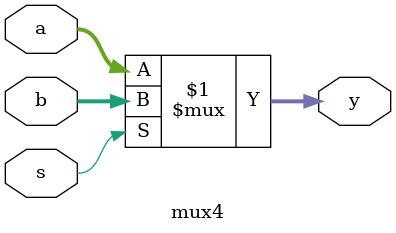
<source format=v>

module top_module (
    input clk,
    input reset,      // Synchronous active-high reset
    input select,     // Select input to choose between multiplexers
    input [3:0] a,    // 4-bit input for the first multiplexer
    input [3:0] b,    // 4-bit input for the first multiplexer
    input [3:0] c,    // 4-bit input for the second multiplexer
    input [3:0] d,    // 4-bit input for the second multiplexer
    output reg [3:0] out  // 4-bit output from the functional module
);

// Instantiate the multiplexers
wire [3:0] mux1_out;
mux4 mux1 (
    .a(a),
    .b(b),
    .s(select),
    .y(mux1_out)
);

wire [3:0] mux2_out;
mux4 mux2 (
    .a(c),
    .b(d),
    .s(select),
    .y(mux2_out)
);

// Calculate the difference between the selected inputs
wire [3:0] diff_out;
assign diff_out = (select) ? (d - c) : (c - d);

// Add the outputs of the multiplexers and the difference
always @(*) begin
    if (select)
        out <= mux1_out + diff_out;
    else
        out <= mux2_out + diff_out;
end

endmodule
module mux4 (
    input [3:0] a,
    input [3:0] b,
    input s,
    output [3:0] y
);

assign y = (s) ? b : a;

endmodule
</source>
